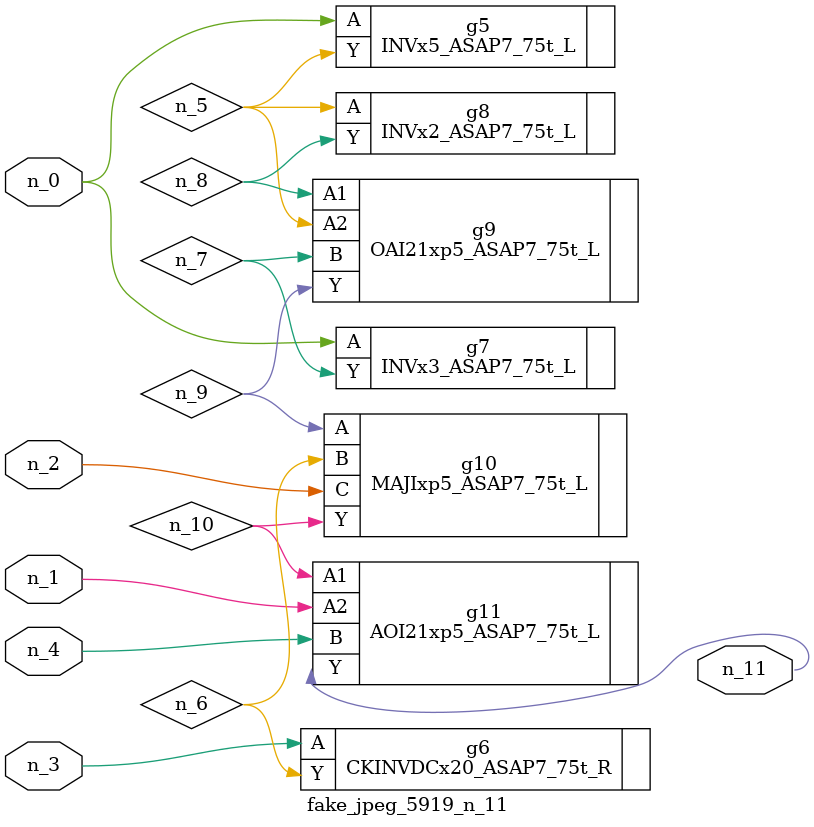
<source format=v>
module fake_jpeg_5919_n_11 (n_3, n_2, n_1, n_0, n_4, n_11);

input n_3;
input n_2;
input n_1;
input n_0;
input n_4;

output n_11;

wire n_10;
wire n_8;
wire n_9;
wire n_6;
wire n_5;
wire n_7;

INVx5_ASAP7_75t_L g5 ( 
.A(n_0),
.Y(n_5)
);

CKINVDCx20_ASAP7_75t_R g6 ( 
.A(n_3),
.Y(n_6)
);

INVx3_ASAP7_75t_L g7 ( 
.A(n_0),
.Y(n_7)
);

INVx2_ASAP7_75t_L g8 ( 
.A(n_5),
.Y(n_8)
);

OAI21xp5_ASAP7_75t_L g9 ( 
.A1(n_8),
.A2(n_5),
.B(n_7),
.Y(n_9)
);

MAJIxp5_ASAP7_75t_L g10 ( 
.A(n_9),
.B(n_6),
.C(n_2),
.Y(n_10)
);

AOI21xp5_ASAP7_75t_L g11 ( 
.A1(n_10),
.A2(n_1),
.B(n_4),
.Y(n_11)
);


endmodule
</source>
